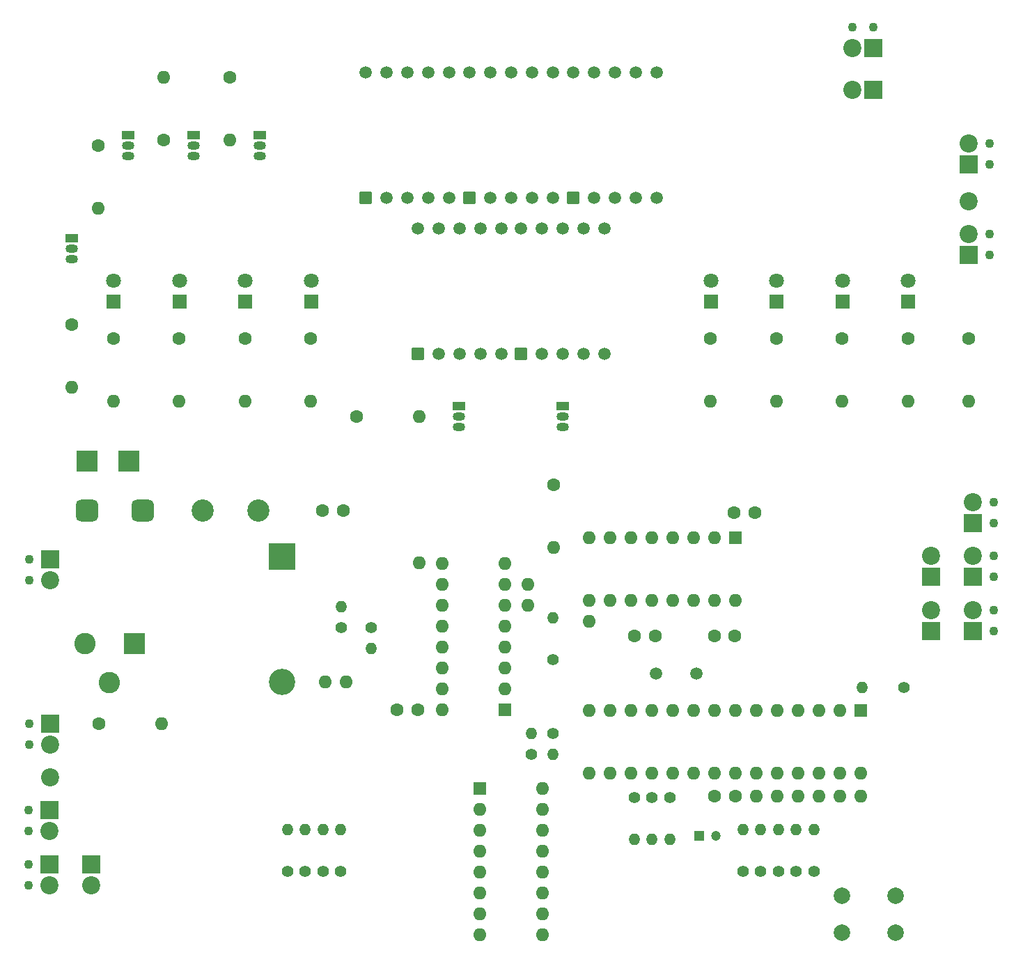
<source format=gbr>
%TF.GenerationSoftware,KiCad,Pcbnew,7.0.10*%
%TF.CreationDate,2024-02-06T15:01:58+01:00*%
%TF.ProjectId,diagram_chart,64696167-7261-46d5-9f63-686172742e6b,rev?*%
%TF.SameCoordinates,Original*%
%TF.FileFunction,Soldermask,Bot*%
%TF.FilePolarity,Negative*%
%FSLAX46Y46*%
G04 Gerber Fmt 4.6, Leading zero omitted, Abs format (unit mm)*
G04 Created by KiCad (PCBNEW 7.0.10) date 2024-02-06 15:01:58*
%MOMM*%
%LPD*%
G01*
G04 APERTURE LIST*
G04 Aperture macros list*
%AMRoundRect*
0 Rectangle with rounded corners*
0 $1 Rounding radius*
0 $2 $3 $4 $5 $6 $7 $8 $9 X,Y pos of 4 corners*
0 Add a 4 corners polygon primitive as box body*
4,1,4,$2,$3,$4,$5,$6,$7,$8,$9,$2,$3,0*
0 Add four circle primitives for the rounded corners*
1,1,$1+$1,$2,$3*
1,1,$1+$1,$4,$5*
1,1,$1+$1,$6,$7*
1,1,$1+$1,$8,$9*
0 Add four rect primitives between the rounded corners*
20,1,$1+$1,$2,$3,$4,$5,0*
20,1,$1+$1,$4,$5,$6,$7,0*
20,1,$1+$1,$6,$7,$8,$9,0*
20,1,$1+$1,$8,$9,$2,$3,0*%
G04 Aperture macros list end*
%ADD10O,1.600000X1.600000*%
%ADD11C,1.600000*%
%ADD12C,1.400000*%
%ADD13O,1.400000X1.400000*%
%ADD14C,1.500000*%
%ADD15RoundRect,0.675000X-0.675000X-0.675000X0.675000X-0.675000X0.675000X0.675000X-0.675000X0.675000X0*%
%ADD16C,2.700000*%
%ADD17R,2.600000X2.600000*%
%ADD18RoundRect,0.102000X-0.654000X-0.654000X0.654000X-0.654000X0.654000X0.654000X-0.654000X0.654000X0*%
%ADD19C,1.512000*%
%ADD20C,1.100000*%
%ADD21R,2.200000X2.200000*%
%ADD22C,2.200000*%
%ADD23R,1.500000X1.050000*%
%ADD24O,1.500000X1.050000*%
%ADD25R,1.800000X1.800000*%
%ADD26C,1.800000*%
%ADD27R,1.200000X1.200000*%
%ADD28C,1.200000*%
%ADD29R,3.200000X3.200000*%
%ADD30O,3.200000X3.200000*%
%ADD31R,1.600000X1.600000*%
%ADD32C,2.000000*%
%ADD33C,2.600000*%
G04 APERTURE END LIST*
D10*
%TO.C,*%
X112700000Y-122460000D03*
%TD*%
D11*
%TO.C,R5*%
X142900000Y-92590000D03*
D10*
X142900000Y-100210000D03*
%TD*%
D12*
%TO.C,R29*%
X125603000Y-148336000D03*
D13*
X125603000Y-153416000D03*
%TD*%
D14*
%TO.C,Y1*%
X133150000Y-133300000D03*
X128270000Y-133300000D03*
%TD*%
D15*
%TO.C,F1*%
X59090000Y-113500000D03*
X65850000Y-113500000D03*
D16*
X73130000Y-113500000D03*
X79890000Y-113500000D03*
%TD*%
D17*
%TO.C,*%
X64170000Y-107500000D03*
%TD*%
D18*
%TO.C,hex_0*%
X99260000Y-94455000D03*
D19*
X101800000Y-94455000D03*
X104340000Y-94455000D03*
X106880000Y-94455000D03*
X109420000Y-94455000D03*
X109420000Y-79215000D03*
X106880000Y-79215000D03*
X104340000Y-79215000D03*
X101800000Y-79215000D03*
X99260000Y-79215000D03*
%TD*%
D11*
%TO.C,R4*%
X134900000Y-92590000D03*
D10*
X134900000Y-100210000D03*
%TD*%
D11*
%TO.C,R23*%
X57240000Y-90865000D03*
D10*
X57240000Y-98485000D03*
%TD*%
D20*
%TO.C,Serial_Screw1*%
X168840000Y-71410000D03*
X168840000Y-68870000D03*
D21*
X166300000Y-71410000D03*
D22*
X166300000Y-68870000D03*
%TD*%
D10*
%TO.C,*%
X112700000Y-125000000D03*
%TD*%
D22*
%TO.C,*%
X166300000Y-75870000D03*
%TD*%
D10*
%TO.C,*%
X148082000Y-148209000D03*
%TD*%
D23*
%TO.C,T_HEX_1*%
X116923000Y-100815000D03*
D24*
X116923000Y-102085000D03*
X116923000Y-103355000D03*
%TD*%
D11*
%TO.C,CU_Caps1*%
X99300000Y-137700000D03*
X96800000Y-137700000D03*
%TD*%
D20*
%TO.C,PWR_Screw2*%
X169340000Y-115020000D03*
X169340000Y-112480000D03*
D21*
X166800000Y-115020000D03*
D22*
X166800000Y-112480000D03*
%TD*%
D20*
%TO.C,Serial_Screw1*%
X52010000Y-149930000D03*
X52010000Y-152470000D03*
D21*
X54550000Y-149930000D03*
D22*
X54550000Y-152470000D03*
%TD*%
D25*
%TO.C,D4*%
X134940000Y-88105000D03*
D26*
X134940000Y-85565000D03*
%TD*%
D22*
%TO.C,*%
X152100000Y-62380000D03*
%TD*%
D12*
%TO.C,R31*%
X129921000Y-148336000D03*
D13*
X129921000Y-153416000D03*
%TD*%
D22*
%TO.C,*%
X161720000Y-119020000D03*
%TD*%
D23*
%TO.C,T_DEC_0*%
X64040000Y-67835000D03*
D24*
X64040000Y-69105000D03*
X64040000Y-70375000D03*
%TD*%
D20*
%TO.C,NC4*%
X169340000Y-128100000D03*
X169340000Y-125560000D03*
D21*
X166800000Y-128100000D03*
D22*
X166800000Y-125560000D03*
%TD*%
D27*
%TO.C,C_MCU1*%
X133520401Y-153035000D03*
D28*
X135520401Y-153035000D03*
%TD*%
D29*
%TO.C,D8*%
X82800000Y-119080000D03*
D30*
X82800000Y-134320000D03*
%TD*%
D25*
%TO.C,D1*%
X70340000Y-88110000D03*
D26*
X70340000Y-85570000D03*
%TD*%
D11*
%TO.C,R7*%
X158900000Y-92590000D03*
D10*
X158900000Y-100210000D03*
%TD*%
D20*
%TO.C,NC3*%
X169340000Y-121560000D03*
X169340000Y-119020000D03*
D21*
X166800000Y-121560000D03*
D22*
X166800000Y-119020000D03*
%TD*%
D21*
%TO.C,*%
X161720000Y-128100000D03*
%TD*%
D31*
%TO.C,U_Caps1*%
X109900000Y-137700000D03*
D10*
X109900000Y-135160000D03*
X109900000Y-132620000D03*
X109900000Y-130080000D03*
X109900000Y-127540000D03*
X109900000Y-125000000D03*
X109900000Y-122460000D03*
X109900000Y-119920000D03*
X102280000Y-119920000D03*
X102280000Y-122460000D03*
X102280000Y-125000000D03*
X102280000Y-127540000D03*
X102280000Y-130080000D03*
X102280000Y-132620000D03*
X102280000Y-135160000D03*
X102280000Y-137700000D03*
%TD*%
D22*
%TO.C,*%
X54590000Y-145940000D03*
%TD*%
D11*
%TO.C,C1*%
X137850000Y-128700000D03*
X135350000Y-128700000D03*
%TD*%
%TO.C,R2*%
X78300000Y-92590000D03*
D10*
X78300000Y-100210000D03*
%TD*%
D12*
%TO.C,R16*%
X143129000Y-157353000D03*
D13*
X143129000Y-152273000D03*
%TD*%
D12*
%TO.C,R21*%
X115730000Y-140560000D03*
D13*
X115730000Y-143100000D03*
%TD*%
D23*
%TO.C,T_HEX_0*%
X104323000Y-100815000D03*
D24*
X104323000Y-102085000D03*
X104323000Y-103355000D03*
%TD*%
D12*
%TO.C,R10*%
X147447000Y-157353000D03*
D13*
X147447000Y-152273000D03*
%TD*%
D12*
%TO.C,R17*%
X145288000Y-157353000D03*
D13*
X145288000Y-152273000D03*
%TD*%
D12*
%TO.C,R20*%
X113130000Y-143100000D03*
D13*
X113130000Y-140560000D03*
%TD*%
D11*
%TO.C,R6*%
X150900000Y-92590000D03*
D10*
X150900000Y-100210000D03*
%TD*%
D20*
%TO.C,NC1*%
X52010000Y-156470000D03*
X52010000Y-159010000D03*
D21*
X54550000Y-156470000D03*
D22*
X54550000Y-159010000D03*
%TD*%
D11*
%TO.C,R3*%
X86300000Y-92590000D03*
D10*
X86300000Y-100210000D03*
%TD*%
D12*
%TO.C,R15*%
X140970000Y-157353000D03*
D13*
X140970000Y-152273000D03*
%TD*%
D18*
%TO.C,decimal_1*%
X105560000Y-75455000D03*
D19*
X108100000Y-75455000D03*
X110640000Y-75455000D03*
X113180000Y-75455000D03*
X115720000Y-75455000D03*
X115720000Y-60215000D03*
X113180000Y-60215000D03*
X110640000Y-60215000D03*
X108100000Y-60215000D03*
X105560000Y-60215000D03*
%TD*%
D10*
%TO.C,*%
X153162000Y-148209000D03*
%TD*%
%TO.C,*%
X150622000Y-148209000D03*
%TD*%
D12*
%TO.C,R11*%
X85598000Y-157353000D03*
D13*
X85598000Y-152273000D03*
%TD*%
D11*
%TO.C,R27*%
X68400000Y-68410000D03*
D10*
X68400000Y-60790000D03*
%TD*%
D21*
%TO.C,*%
X161720000Y-121560000D03*
%TD*%
D31*
%TO.C,U2*%
X106840000Y-147235000D03*
D10*
X106840000Y-149775000D03*
X106840000Y-152315000D03*
X106840000Y-154855000D03*
X106840000Y-157395000D03*
X106840000Y-159935000D03*
X106840000Y-162475000D03*
X106840000Y-165015000D03*
X114460000Y-165015000D03*
X114460000Y-162475000D03*
X114460000Y-159935000D03*
X114460000Y-157395000D03*
X114460000Y-154855000D03*
X114460000Y-152315000D03*
X114460000Y-149775000D03*
X114460000Y-147235000D03*
%TD*%
D12*
%TO.C,R18*%
X90000000Y-127720000D03*
D13*
X90000000Y-125180000D03*
%TD*%
D10*
%TO.C,*%
X145542000Y-148209000D03*
%TD*%
D11*
%TO.C,*%
X90250000Y-113500000D03*
%TD*%
D18*
%TO.C,decimal_0*%
X92960000Y-75455000D03*
D19*
X95500000Y-75455000D03*
X98040000Y-75455000D03*
X100580000Y-75455000D03*
X103120000Y-75455000D03*
X103120000Y-60215000D03*
X100580000Y-60215000D03*
X98040000Y-60215000D03*
X95500000Y-60215000D03*
X92960000Y-60215000D03*
%TD*%
D12*
%TO.C,R22*%
X115697000Y-131572000D03*
D13*
X115697000Y-126492000D03*
%TD*%
D11*
%TO.C,CU2*%
X135402000Y-148209000D03*
X137902000Y-148209000D03*
%TD*%
%TO.C,R32*%
X166300000Y-92590000D03*
D10*
X166300000Y-100210000D03*
%TD*%
D12*
%TO.C,R12*%
X87757000Y-157353000D03*
D13*
X87757000Y-152273000D03*
%TD*%
D12*
%TO.C,R9*%
X158369000Y-135001000D03*
D13*
X153289000Y-135001000D03*
%TD*%
D21*
%TO.C,*%
X154640000Y-62380000D03*
%TD*%
D12*
%TO.C,R8*%
X83439000Y-157353000D03*
D13*
X83439000Y-152273000D03*
%TD*%
D20*
%TO.C,NC2*%
X154640000Y-54760000D03*
X152100000Y-54760000D03*
D21*
X154640000Y-57300000D03*
D22*
X152100000Y-57300000D03*
%TD*%
D18*
%TO.C,hex_1*%
X111860000Y-94455000D03*
D19*
X114400000Y-94455000D03*
X116940000Y-94455000D03*
X119480000Y-94455000D03*
X122020000Y-94455000D03*
X122020000Y-79215000D03*
X119480000Y-79215000D03*
X116940000Y-79215000D03*
X114400000Y-79215000D03*
X111860000Y-79215000D03*
%TD*%
D10*
%TO.C,*%
X143002000Y-148209000D03*
%TD*%
D18*
%TO.C,decimal_2*%
X118160000Y-75455000D03*
D19*
X120700000Y-75455000D03*
X123240000Y-75455000D03*
X125780000Y-75455000D03*
X128320000Y-75455000D03*
X128320000Y-60215000D03*
X125780000Y-60215000D03*
X123240000Y-60215000D03*
X120700000Y-60215000D03*
X118160000Y-60215000D03*
%TD*%
D11*
%TO.C,R24*%
X91823000Y-102085000D03*
D10*
X99443000Y-102085000D03*
%TD*%
D11*
%TO.C,R28*%
X76400000Y-60790000D03*
D10*
X76400000Y-68410000D03*
%TD*%
D25*
%TO.C,D7*%
X158940000Y-88110000D03*
D26*
X158940000Y-85570000D03*
%TD*%
D32*
%TO.C,SW_N1*%
X150900000Y-160275000D03*
X157400000Y-160275000D03*
X150900000Y-164775000D03*
X157400000Y-164775000D03*
%TD*%
D25*
%TO.C,D2*%
X78340000Y-88110000D03*
D26*
X78340000Y-85570000D03*
%TD*%
D22*
%TO.C,*%
X59630000Y-159010000D03*
%TD*%
D12*
%TO.C,R14*%
X138811000Y-157353000D03*
D13*
X138811000Y-152273000D03*
%TD*%
D11*
%TO.C,R33*%
X60500000Y-139390000D03*
D10*
X68120000Y-139390000D03*
%TD*%
%TO.C,*%
X120100000Y-126960000D03*
%TD*%
%TO.C,*%
X140462000Y-148209000D03*
%TD*%
D12*
%TO.C,R13*%
X89916000Y-157353000D03*
D13*
X89916000Y-152273000D03*
%TD*%
D17*
%TO.C,DC-In1*%
X64800000Y-129700000D03*
D33*
X58800000Y-129700000D03*
X61800000Y-134400000D03*
%TD*%
D11*
%TO.C,*%
X87710000Y-113500000D03*
%TD*%
D31*
%TO.C,U1*%
X137880000Y-116800000D03*
D10*
X135340000Y-116800000D03*
X132800000Y-116800000D03*
X130260000Y-116800000D03*
X127720000Y-116800000D03*
X125180000Y-116800000D03*
X122640000Y-116800000D03*
X120100000Y-116800000D03*
X120100000Y-124420000D03*
X122640000Y-124420000D03*
X125180000Y-124420000D03*
X127720000Y-124420000D03*
X130260000Y-124420000D03*
X132800000Y-124420000D03*
X135340000Y-124420000D03*
X137880000Y-124420000D03*
%TD*%
D21*
%TO.C,*%
X59630000Y-156470000D03*
%TD*%
D11*
%TO.C,CU1*%
X137750000Y-113700000D03*
X140250000Y-113700000D03*
%TD*%
%TO.C,R25*%
X115800000Y-110380000D03*
D10*
X115800000Y-118000000D03*
%TD*%
D11*
%TO.C,R1*%
X70300000Y-92590000D03*
D10*
X70300000Y-100210000D03*
%TD*%
%TO.C,*%
X90540000Y-134320000D03*
%TD*%
D23*
%TO.C,T_DEC_1*%
X72040000Y-67835000D03*
D24*
X72040000Y-69105000D03*
X72040000Y-70375000D03*
%TD*%
D17*
%TO.C,*%
X59090000Y-107500000D03*
%TD*%
D10*
%TO.C,*%
X99500000Y-119800000D03*
%TD*%
D22*
%TO.C,*%
X161720000Y-125560000D03*
%TD*%
D31*
%TO.C,MCU_0*%
X153130000Y-137800000D03*
D10*
X150590000Y-137800000D03*
X148050000Y-137800000D03*
X145510000Y-137800000D03*
X142970000Y-137800000D03*
X140430000Y-137800000D03*
X137890000Y-137800000D03*
X135350000Y-137800000D03*
X132810000Y-137800000D03*
X130270000Y-137800000D03*
X127730000Y-137800000D03*
X125190000Y-137800000D03*
X122650000Y-137800000D03*
X120110000Y-137800000D03*
X120110000Y-145420000D03*
X122650000Y-145420000D03*
X125190000Y-145420000D03*
X127730000Y-145420000D03*
X130270000Y-145420000D03*
X132810000Y-145420000D03*
X135350000Y-145420000D03*
X137890000Y-145420000D03*
X140430000Y-145420000D03*
X142970000Y-145420000D03*
X145510000Y-145420000D03*
X148050000Y-145420000D03*
X150590000Y-145420000D03*
X153130000Y-145420000D03*
%TD*%
D11*
%TO.C,R26*%
X60410000Y-69100000D03*
D10*
X60410000Y-76720000D03*
%TD*%
D25*
%TO.C,D5*%
X142940000Y-88110000D03*
D26*
X142940000Y-85570000D03*
%TD*%
D20*
%TO.C,RGB1*%
X168840000Y-82410000D03*
X168840000Y-79870000D03*
D21*
X166300000Y-82410000D03*
D22*
X166300000Y-79870000D03*
%TD*%
D23*
%TO.C,T_LED1*%
X57240000Y-80365000D03*
D24*
X57240000Y-81635000D03*
X57240000Y-82905000D03*
%TD*%
D25*
%TO.C,D3*%
X86340000Y-88110000D03*
D26*
X86340000Y-85570000D03*
%TD*%
D11*
%TO.C,R0*%
X62300000Y-92590000D03*
D10*
X62300000Y-100210000D03*
%TD*%
D20*
%TO.C,RGB2*%
X52050000Y-139400000D03*
X52050000Y-141940000D03*
D21*
X54590000Y-139400000D03*
D22*
X54590000Y-141940000D03*
%TD*%
D12*
%TO.C,R30*%
X127762000Y-148336000D03*
D13*
X127762000Y-153416000D03*
%TD*%
D12*
%TO.C,R19*%
X93600000Y-127680000D03*
D13*
X93600000Y-130220000D03*
%TD*%
D20*
%TO.C,PWR_Screw1*%
X52050000Y-119400000D03*
X52050000Y-121940000D03*
D21*
X54590000Y-119400000D03*
D22*
X54590000Y-121940000D03*
%TD*%
D11*
%TO.C,C2*%
X128150000Y-128700000D03*
X125650000Y-128700000D03*
%TD*%
D25*
%TO.C,D0*%
X62340000Y-88110000D03*
D26*
X62340000Y-85570000D03*
%TD*%
D10*
%TO.C,*%
X88000000Y-134320000D03*
%TD*%
D25*
%TO.C,D6*%
X150940000Y-88110000D03*
D26*
X150940000Y-85570000D03*
%TD*%
D23*
%TO.C,T_DEC_2*%
X80040000Y-67835000D03*
D24*
X80040000Y-69105000D03*
X80040000Y-70375000D03*
%TD*%
M02*

</source>
